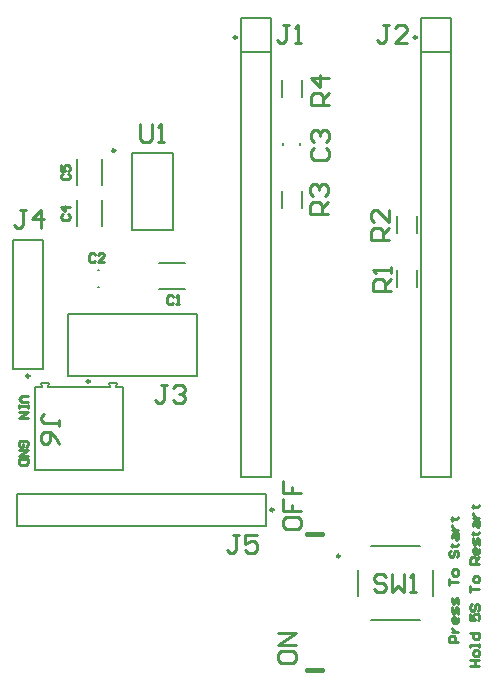
<source format=gto>
G04*
G04 #@! TF.GenerationSoftware,Altium Limited,Altium Designer,25.6.2 (33)*
G04*
G04 Layer_Color=65535*
%FSLAX44Y44*%
%MOMM*%
G71*
G04*
G04 #@! TF.SameCoordinates,F49642FE-DF47-4963-9727-11F46748976D*
G04*
G04*
G04 #@! TF.FilePolarity,Positive*
G04*
G01*
G75*
%ADD10C,0.2500*%
%ADD11C,0.2000*%
%ADD12C,0.4000*%
%ADD13C,0.2540*%
D10*
X421820Y402070D02*
G03*
X421820Y402070I-1250J0D01*
G01*
X633720Y254190D02*
G03*
X633720Y254190I-1250J0D01*
G01*
X577540Y293370D02*
G03*
X577540Y293370I-1250J0D01*
G01*
X443350Y597610D02*
G03*
X443350Y597610I-1250J0D01*
G01*
X698760Y693420D02*
G03*
X698760Y693420I-1250J0D01*
G01*
X546360D02*
G03*
X546360Y693420I-1250J0D01*
G01*
X370820Y406760D02*
G03*
X370820Y406760I-1250J0D01*
G01*
D11*
X403920Y406920D02*
Y459220D01*
Y406920D02*
X513020D01*
Y459220D01*
X403920D02*
X513020D01*
X601590Y642990D02*
Y657490D01*
X584590Y642990D02*
Y657490D01*
X585840Y602500D02*
Y604000D01*
X600340Y602500D02*
Y604000D01*
X601590Y549010D02*
Y563510D01*
X584590Y549010D02*
Y563510D01*
X659670Y199690D02*
X701770D01*
X712170Y220090D02*
Y242190D01*
X659670Y262590D02*
X701770D01*
X649270Y220090D02*
Y242190D01*
X699380Y527420D02*
Y541920D01*
X682380Y527420D02*
Y541920D01*
Y481700D02*
Y496200D01*
X699380Y481700D02*
Y496200D01*
X386550Y396950D02*
X438950D01*
X443950D02*
X449750D01*
X438200Y400950D02*
X444700D01*
X443950Y396950D02*
X444700Y400950D01*
X438200D02*
X438950Y396950D01*
X375750D02*
X381550D01*
X386550D02*
X387300Y400950D01*
X380800D02*
X381550Y396950D01*
X380800Y400950D02*
X387300D01*
X375750Y326950D02*
X449750D01*
X375750D02*
Y396950D01*
X449750Y326950D02*
Y396950D01*
X571440Y279870D02*
Y306870D01*
X360740D02*
X571440D01*
X360740Y279870D02*
Y306870D01*
Y279870D02*
X571440D01*
X480543Y502317D02*
X502543D01*
X480490Y480740D02*
X502490D01*
X428510Y496200D02*
X430010D01*
X428510Y481700D02*
X430010D01*
X457525Y530085D02*
Y595135D01*
Y530085D02*
X492575D01*
Y595135D01*
X457525D02*
X492575D01*
X410813Y568173D02*
Y590173D01*
X432390Y568120D02*
Y590120D01*
X410813Y533883D02*
Y555883D01*
X432390Y533830D02*
Y555830D01*
X702310Y680720D02*
X727710D01*
X702310Y709920D02*
X727710D01*
X702310Y321320D02*
Y709920D01*
Y321320D02*
X727710D01*
Y709920D01*
X549910Y680720D02*
X575310D01*
X549910Y709920D02*
X575310D01*
X549910Y321320D02*
Y709920D01*
Y321320D02*
X575310D01*
Y709920D01*
X356870Y412760D02*
X382270D01*
Y521960D01*
X356870D02*
X382270D01*
X356870Y412760D02*
Y521960D01*
D12*
X605890Y157570D02*
X618390D01*
X605890Y273140D02*
X618390D01*
D13*
X487681Y398778D02*
X482603D01*
X485142D01*
Y386082D01*
X482603Y383543D01*
X480063D01*
X477524Y386082D01*
X492759Y396238D02*
X495298Y398778D01*
X500377D01*
X502916Y396238D01*
Y393699D01*
X500377Y391160D01*
X497837D01*
X500377D01*
X502916Y388621D01*
Y386082D01*
X500377Y383543D01*
X495298D01*
X492759Y386082D01*
X581665Y171448D02*
Y166369D01*
X584204Y163830D01*
X594361D01*
X596900Y166369D01*
Y171448D01*
X594361Y173987D01*
X584204D01*
X581665Y171448D01*
X596900Y179065D02*
X581665D01*
X596900Y189222D01*
X581665D01*
X585475Y284478D02*
Y279399D01*
X588014Y276860D01*
X598171D01*
X600710Y279399D01*
Y284478D01*
X598171Y287017D01*
X588014D01*
X585475Y284478D01*
Y302252D02*
Y292095D01*
X593092D01*
Y297173D01*
Y292095D01*
X600710D01*
X585475Y317487D02*
Y307330D01*
X593092D01*
Y312409D01*
Y307330D01*
X600710D01*
X368298Y346712D02*
X369567Y347981D01*
Y350520D01*
X368298Y351790D01*
X363220D01*
X361950Y350520D01*
Y347981D01*
X363220Y346712D01*
X365759D01*
Y349251D01*
X361950Y344173D02*
X369567D01*
X361950Y339094D01*
X369567D01*
Y336555D02*
X361950D01*
Y332746D01*
X363220Y331477D01*
X368298D01*
X369567Y332746D01*
Y336555D01*
Y389890D02*
X364489D01*
X361950Y387351D01*
X364489Y384812D01*
X369567D01*
Y382272D02*
Y379733D01*
Y381003D01*
X361950D01*
Y382272D01*
Y379733D01*
Y375924D02*
X369567D01*
X361950Y370846D01*
X369567D01*
X743843Y161290D02*
X751840D01*
X747841D01*
Y166622D01*
X743843D01*
X751840D01*
Y170620D02*
Y173286D01*
X750507Y174619D01*
X747841D01*
X746508Y173286D01*
Y170620D01*
X747841Y169287D01*
X750507D01*
X751840Y170620D01*
Y177285D02*
Y179951D01*
Y178618D01*
X743843D01*
Y177285D01*
Y189281D02*
X751840D01*
Y185282D01*
X750507Y183949D01*
X747841D01*
X746508Y185282D01*
Y189281D01*
X743843Y205276D02*
Y199944D01*
X747841D01*
X746508Y202610D01*
Y203943D01*
X747841Y205276D01*
X750507D01*
X751840Y203943D01*
Y201277D01*
X750507Y199944D01*
X745175Y213273D02*
X743843Y211940D01*
Y209275D01*
X745175Y207942D01*
X746508D01*
X747841Y209275D01*
Y211940D01*
X749174Y213273D01*
X750507D01*
X751840Y211940D01*
Y209275D01*
X750507Y207942D01*
X743843Y223937D02*
Y229268D01*
Y226602D01*
X751840D01*
Y233267D02*
Y235933D01*
X750507Y237265D01*
X747841D01*
X746508Y235933D01*
Y233267D01*
X747841Y231934D01*
X750507D01*
X751840Y233267D01*
Y247929D02*
X743843D01*
Y251927D01*
X745175Y253260D01*
X747841D01*
X749174Y251927D01*
Y247929D01*
Y250595D02*
X751840Y253260D01*
Y259925D02*
Y257259D01*
X750507Y255926D01*
X747841D01*
X746508Y257259D01*
Y259925D01*
X747841Y261258D01*
X749174D01*
Y255926D01*
X751840Y263924D02*
Y267922D01*
X750507Y269255D01*
X749174Y267922D01*
Y265257D01*
X747841Y263924D01*
X746508Y265257D01*
Y269255D01*
X745175Y273254D02*
X746508D01*
Y271921D01*
Y274587D01*
Y273254D01*
X750507D01*
X751840Y274587D01*
X746508Y279918D02*
Y282584D01*
X747841Y283917D01*
X751840D01*
Y279918D01*
X750507Y278585D01*
X749174Y279918D01*
Y283917D01*
X746508Y286583D02*
X751840D01*
X749174D01*
X747841Y287916D01*
X746508Y289249D01*
Y290582D01*
X745175Y295913D02*
X746508D01*
Y294580D01*
Y297246D01*
Y295913D01*
X750507D01*
X751840Y297246D01*
X734060Y181610D02*
X726063D01*
Y185609D01*
X727395Y186942D01*
X730061D01*
X731394Y185609D01*
Y181610D01*
X728728Y189607D02*
X734060D01*
X731394D01*
X730061Y190940D01*
X728728Y192273D01*
Y193606D01*
X734060Y201604D02*
Y198938D01*
X732727Y197605D01*
X730061D01*
X728728Y198938D01*
Y201604D01*
X730061Y202936D01*
X731394D01*
Y197605D01*
X734060Y205602D02*
Y209601D01*
X732727Y210934D01*
X731394Y209601D01*
Y206935D01*
X730061Y205602D01*
X728728Y206935D01*
Y210934D01*
X734060Y213600D02*
Y217598D01*
X732727Y218931D01*
X731394Y217598D01*
Y214933D01*
X730061Y213600D01*
X728728Y214933D01*
Y218931D01*
X726063Y229594D02*
Y234926D01*
Y232260D01*
X734060D01*
Y238925D02*
Y241591D01*
X732727Y242924D01*
X730061D01*
X728728Y241591D01*
Y238925D01*
X730061Y237592D01*
X732727D01*
X734060Y238925D01*
X727395Y258918D02*
X726063Y257586D01*
Y254920D01*
X727395Y253587D01*
X728728D01*
X730061Y254920D01*
Y257586D01*
X731394Y258918D01*
X732727D01*
X734060Y257586D01*
Y254920D01*
X732727Y253587D01*
X727395Y262917D02*
X728728D01*
Y261584D01*
Y264250D01*
Y262917D01*
X732727D01*
X734060Y264250D01*
X728728Y269582D02*
Y272247D01*
X730061Y273580D01*
X734060D01*
Y269582D01*
X732727Y268249D01*
X731394Y269582D01*
Y273580D01*
X728728Y276246D02*
X734060D01*
X731394D01*
X730061Y277579D01*
X728728Y278912D01*
Y280245D01*
X727395Y285576D02*
X728728D01*
Y284244D01*
Y286909D01*
Y285576D01*
X732727D01*
X734060Y286909D01*
X464823Y619757D02*
Y607062D01*
X467363Y604523D01*
X472441D01*
X474980Y607062D01*
Y619757D01*
X480058Y604523D02*
X485137D01*
X482598D01*
Y619757D01*
X480058Y617218D01*
X673102Y236218D02*
X670563Y238757D01*
X665485D01*
X662946Y236218D01*
Y233679D01*
X665485Y231140D01*
X670563D01*
X673102Y228601D01*
Y226062D01*
X670563Y223522D01*
X665485D01*
X662946Y226062D01*
X678181Y238757D02*
Y223522D01*
X683259Y228601D01*
X688338Y223522D01*
Y238757D01*
X693416Y223522D02*
X698494D01*
X695955D01*
Y238757D01*
X693416Y236218D01*
X624837Y636274D02*
X609603D01*
Y643892D01*
X612142Y646431D01*
X617220D01*
X619759Y643892D01*
Y636274D01*
Y641352D02*
X624837Y646431D01*
Y659127D02*
X609603D01*
X617220Y651509D01*
Y661666D01*
X623568Y543564D02*
X608332D01*
Y551182D01*
X610872Y553721D01*
X615950D01*
X618489Y551182D01*
Y543564D01*
Y548643D02*
X623568Y553721D01*
X610872Y558799D02*
X608332Y561338D01*
Y566417D01*
X610872Y568956D01*
X613411D01*
X615950Y566417D01*
Y563877D01*
Y566417D01*
X618489Y568956D01*
X621028D01*
X623568Y566417D01*
Y561338D01*
X621028Y558799D01*
X675638Y521974D02*
X660403D01*
Y529592D01*
X662942Y532131D01*
X668020D01*
X670559Y529592D01*
Y521974D01*
Y527052D02*
X675638Y532131D01*
Y547366D02*
Y537209D01*
X665481Y547366D01*
X662942D01*
X660403Y544827D01*
Y539748D01*
X662942Y537209D01*
X676908Y478793D02*
X661673D01*
Y486411D01*
X664212Y488950D01*
X669290D01*
X671829Y486411D01*
Y478793D01*
Y483872D02*
X676908Y488950D01*
Y494028D02*
Y499107D01*
Y496568D01*
X661673D01*
X664212Y494028D01*
X396237Y364489D02*
Y369567D01*
Y367028D01*
X383542D01*
X381003Y369567D01*
Y372107D01*
X383542Y374646D01*
X396237Y349254D02*
X393698Y354333D01*
X388620Y359411D01*
X383542D01*
X381003Y356872D01*
Y351793D01*
X383542Y349254D01*
X386081D01*
X388620Y351793D01*
Y359411D01*
X548641Y271777D02*
X543563D01*
X546102D01*
Y259082D01*
X543563Y256542D01*
X541023D01*
X538484Y259082D01*
X563876Y271777D02*
X553719D01*
Y264160D01*
X558797Y266699D01*
X561337D01*
X563876Y264160D01*
Y259082D01*
X561337Y256542D01*
X556258D01*
X553719Y259082D01*
X367535Y546857D02*
X362456D01*
X364995D01*
Y534161D01*
X362456Y531622D01*
X359917D01*
X357378Y534161D01*
X380231Y531622D02*
Y546857D01*
X372613Y539240D01*
X382770D01*
X675641Y703577D02*
X670563D01*
X673102D01*
Y690882D01*
X670563Y688343D01*
X668023D01*
X665484Y690882D01*
X690876Y688343D02*
X680719D01*
X690876Y698499D01*
Y701038D01*
X688337Y703577D01*
X683258D01*
X680719Y701038D01*
X590550Y703577D02*
X585472D01*
X588011D01*
Y690882D01*
X585472Y688343D01*
X582933D01*
X580393Y690882D01*
X595628Y688343D02*
X600707D01*
X598168D01*
Y703577D01*
X595628Y701038D01*
X398987Y577954D02*
X397821Y576787D01*
Y574455D01*
X398987Y573288D01*
X403652D01*
X404819Y574455D01*
Y576787D01*
X403652Y577954D01*
X397821Y584952D02*
Y580286D01*
X401320D01*
X400154Y582619D01*
Y583785D01*
X401320Y584952D01*
X403652D01*
X404819Y583785D01*
Y581453D01*
X403652Y580286D01*
X398987Y543664D02*
X397821Y542497D01*
Y540165D01*
X398987Y538998D01*
X403652D01*
X404819Y540165D01*
Y542497D01*
X403652Y543664D01*
X404819Y549495D02*
X397821D01*
X401320Y545996D01*
Y550662D01*
X612142Y599441D02*
X609603Y596902D01*
Y591823D01*
X612142Y589284D01*
X622298D01*
X624837Y591823D01*
Y596902D01*
X622298Y599441D01*
X612142Y604519D02*
X609603Y607058D01*
Y612137D01*
X612142Y614676D01*
X614681D01*
X617220Y612137D01*
Y609598D01*
Y612137D01*
X619759Y614676D01*
X622298D01*
X624837Y612137D01*
Y607058D01*
X622298Y604519D01*
X426720Y509269D02*
X425451Y510539D01*
X422912D01*
X421642Y509269D01*
Y504191D01*
X422912Y502921D01*
X425451D01*
X426720Y504191D01*
X434338Y502921D02*
X429260D01*
X434338Y508000D01*
Y509269D01*
X433068Y510539D01*
X430529D01*
X429260Y509269D01*
X492760Y473709D02*
X491490Y474979D01*
X488951D01*
X487682Y473709D01*
Y468631D01*
X488951Y467361D01*
X491490D01*
X492760Y468631D01*
X495299Y467361D02*
X497838D01*
X496569D01*
Y474979D01*
X495299Y473709D01*
M02*

</source>
